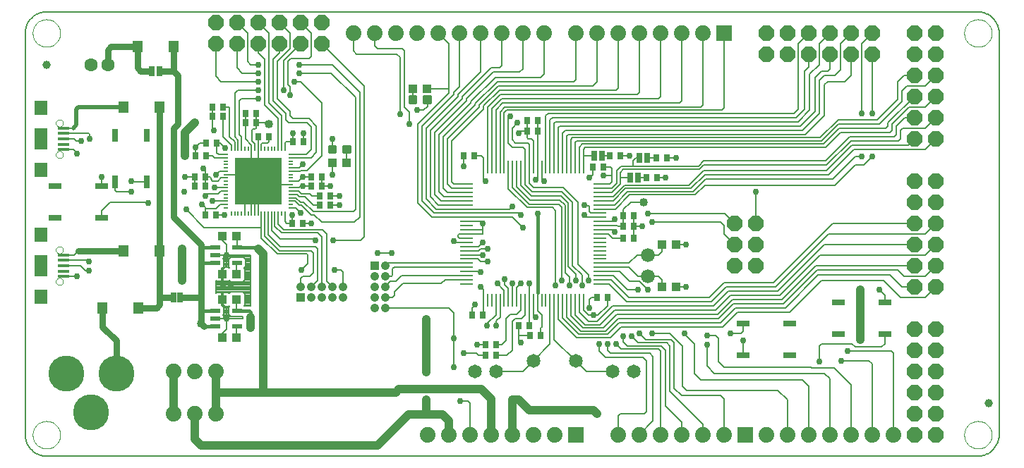
<source format=gtl>
G75*
%MOIN*%
%OFA0B0*%
%FSLAX24Y24*%
%IPPOS*%
%LPD*%
%AMOC8*
5,1,8,0,0,1.08239X$1,22.5*
%
%ADD10C,0.0080*%
%ADD11R,0.0591X0.0106*%
%ADD12R,0.0106X0.0591*%
%ADD13R,0.0500X0.0579*%
%ADD14C,0.0630*%
%ADD15C,0.1700*%
%ADD16R,0.0250X0.0500*%
%ADD17R,0.0276X0.0354*%
%ADD18C,0.0740*%
%ADD19R,0.0740X0.0740*%
%ADD20OC8,0.0740*%
%ADD21R,0.0079X0.0236*%
%ADD22R,0.0236X0.0079*%
%ADD23R,0.2244X0.2244*%
%ADD24R,0.0410X0.0410*%
%ADD25C,0.0410*%
%ADD26C,0.0118*%
%ADD27R,0.0600X0.0300*%
%ADD28R,0.0433X0.0394*%
%ADD29R,0.0551X0.0157*%
%ADD30C,0.0000*%
%ADD31R,0.0591X0.0709*%
%ADD32R,0.0591X0.0984*%
%ADD33R,0.0472X0.0217*%
%ADD34C,0.0650*%
%ADD35C,0.0660*%
%ADD36R,0.0300X0.0600*%
%ADD37C,0.0394*%
%ADD38C,0.0400*%
%ADD39C,0.0300*%
%ADD40C,0.0400*%
%ADD41C,0.0300*%
%ADD42C,0.0200*%
%ADD43C,0.0100*%
%ADD44C,0.0160*%
D10*
X007260Y011500D02*
X051260Y011500D01*
X051320Y011502D01*
X051381Y011507D01*
X051440Y011516D01*
X051499Y011529D01*
X051558Y011545D01*
X051615Y011565D01*
X051670Y011588D01*
X051725Y011615D01*
X051777Y011644D01*
X051828Y011677D01*
X051877Y011713D01*
X051923Y011751D01*
X051967Y011793D01*
X052009Y011837D01*
X052047Y011883D01*
X052083Y011932D01*
X052116Y011983D01*
X052145Y012035D01*
X052172Y012090D01*
X052195Y012145D01*
X052215Y012202D01*
X052231Y012261D01*
X052244Y012320D01*
X052253Y012379D01*
X052258Y012440D01*
X052260Y012500D01*
X052260Y031500D01*
X052258Y031560D01*
X052253Y031621D01*
X052244Y031680D01*
X052231Y031739D01*
X052215Y031798D01*
X052195Y031855D01*
X052172Y031910D01*
X052145Y031965D01*
X052116Y032017D01*
X052083Y032068D01*
X052047Y032117D01*
X052009Y032163D01*
X051967Y032207D01*
X051923Y032249D01*
X051877Y032287D01*
X051828Y032323D01*
X051777Y032356D01*
X051725Y032385D01*
X051670Y032412D01*
X051615Y032435D01*
X051558Y032455D01*
X051499Y032471D01*
X051440Y032484D01*
X051381Y032493D01*
X051320Y032498D01*
X051260Y032500D01*
X007260Y032500D01*
X007200Y032498D01*
X007139Y032493D01*
X007080Y032484D01*
X007021Y032471D01*
X006962Y032455D01*
X006905Y032435D01*
X006850Y032412D01*
X006795Y032385D01*
X006743Y032356D01*
X006692Y032323D01*
X006643Y032287D01*
X006597Y032249D01*
X006553Y032207D01*
X006511Y032163D01*
X006473Y032117D01*
X006437Y032068D01*
X006404Y032017D01*
X006375Y031965D01*
X006348Y031910D01*
X006325Y031855D01*
X006305Y031798D01*
X006289Y031739D01*
X006276Y031680D01*
X006267Y031621D01*
X006262Y031560D01*
X006260Y031500D01*
X006260Y012500D01*
X006262Y012440D01*
X006267Y012379D01*
X006276Y012320D01*
X006289Y012261D01*
X006305Y012202D01*
X006325Y012145D01*
X006348Y012090D01*
X006375Y012035D01*
X006404Y011983D01*
X006437Y011932D01*
X006473Y011883D01*
X006511Y011837D01*
X006553Y011793D01*
X006597Y011751D01*
X006643Y011713D01*
X006692Y011677D01*
X006743Y011644D01*
X006795Y011615D01*
X006850Y011588D01*
X006905Y011565D01*
X006962Y011545D01*
X007021Y011529D01*
X007080Y011516D01*
X007139Y011507D01*
X007200Y011502D01*
X007260Y011500D01*
X015575Y017100D02*
X015575Y017315D01*
X015760Y017500D01*
X015760Y018000D01*
X015760Y018500D01*
X015575Y018685D01*
X015575Y018900D01*
X015615Y018940D02*
X015535Y018940D01*
X015535Y019237D01*
X015340Y019237D01*
X015304Y019227D01*
X015272Y019209D01*
X015260Y019196D01*
X015260Y019804D01*
X015272Y019791D01*
X015304Y019773D01*
X015340Y019763D01*
X015535Y019763D01*
X015535Y020060D01*
X015615Y020060D01*
X015615Y019763D01*
X015810Y019763D01*
X015845Y019773D01*
X015877Y019791D01*
X015895Y019809D01*
X015961Y019743D01*
X016527Y019743D01*
X016621Y019837D01*
X016621Y020363D01*
X016600Y020384D01*
X016668Y020451D01*
X016668Y020801D01*
X016574Y020894D01*
X015969Y020894D01*
X015875Y020801D01*
X015875Y020451D01*
X015916Y020411D01*
X015895Y020391D01*
X015877Y020409D01*
X015845Y020427D01*
X015810Y020437D01*
X015629Y020437D01*
X015644Y020451D01*
X015644Y020801D01*
X015612Y020833D01*
X015614Y020838D01*
X015624Y020873D01*
X015624Y020986D01*
X015262Y020986D01*
X015262Y021000D01*
X016910Y021000D01*
X016910Y018603D01*
X016883Y018614D01*
X016602Y018614D01*
X016600Y018616D01*
X016621Y018637D01*
X016621Y019163D01*
X016527Y019257D01*
X015961Y019257D01*
X015895Y019191D01*
X015877Y019209D01*
X015845Y019227D01*
X015810Y019237D01*
X015615Y019237D01*
X015615Y018940D01*
X015615Y018958D02*
X015535Y018958D01*
X015535Y019036D02*
X015615Y019036D01*
X015615Y019115D02*
X015535Y019115D01*
X015535Y019193D02*
X015615Y019193D01*
X015893Y019193D02*
X015898Y019193D01*
X015615Y018860D02*
X015615Y018578D01*
X015550Y018642D01*
X015535Y018642D01*
X015535Y018860D01*
X015615Y018860D01*
X015615Y018801D02*
X015535Y018801D01*
X015535Y018722D02*
X015615Y018722D01*
X015615Y018644D02*
X015535Y018644D01*
X015629Y018563D02*
X015810Y018563D01*
X015845Y018573D01*
X015877Y018591D01*
X015895Y018609D01*
X015916Y018589D01*
X015875Y018549D01*
X015875Y018199D01*
X015969Y018106D01*
X016550Y018106D01*
X016550Y018000D01*
X015262Y018000D01*
X015262Y018014D01*
X015624Y018014D01*
X015624Y018127D01*
X015614Y018162D01*
X015612Y018167D01*
X015644Y018199D01*
X015644Y018549D01*
X015629Y018563D01*
X015644Y018487D02*
X015875Y018487D01*
X015875Y018408D02*
X015644Y018408D01*
X015644Y018330D02*
X015875Y018330D01*
X015875Y018251D02*
X015644Y018251D01*
X015617Y018173D02*
X015902Y018173D01*
X015760Y018000D02*
X015248Y018000D01*
X015624Y018016D02*
X016550Y018016D01*
X016550Y018094D02*
X015624Y018094D01*
X015817Y018565D02*
X015892Y018565D01*
X016244Y018401D02*
X016271Y018374D01*
X016244Y018401D02*
X016244Y018900D01*
X016621Y018879D02*
X016910Y018879D01*
X016910Y018801D02*
X016621Y018801D01*
X016621Y018722D02*
X016910Y018722D01*
X016910Y018644D02*
X016621Y018644D01*
X016621Y018958D02*
X016910Y018958D01*
X016910Y019036D02*
X016621Y019036D01*
X016621Y019115D02*
X016910Y019115D01*
X016910Y019193D02*
X016591Y019193D01*
X016910Y019272D02*
X015260Y019272D01*
X015260Y019350D02*
X016910Y019350D01*
X016910Y019429D02*
X015260Y019429D01*
X015260Y019507D02*
X016910Y019507D01*
X016910Y019586D02*
X015260Y019586D01*
X015260Y019664D02*
X016910Y019664D01*
X016910Y019743D02*
X015260Y019743D01*
X015535Y019821D02*
X015615Y019821D01*
X015615Y019900D02*
X015535Y019900D01*
X015535Y019978D02*
X015615Y019978D01*
X015615Y020057D02*
X015535Y020057D01*
X015575Y020100D02*
X015575Y020315D01*
X015760Y020500D01*
X015760Y021000D01*
X015760Y021500D01*
X015575Y021685D01*
X015575Y021900D01*
X016244Y021900D02*
X016271Y021873D01*
X016271Y021374D01*
X015760Y021000D02*
X015248Y021000D01*
X015262Y020999D02*
X016910Y020999D01*
X016910Y020920D02*
X015624Y020920D01*
X015615Y020842D02*
X015916Y020842D01*
X015875Y020763D02*
X015644Y020763D01*
X015644Y020685D02*
X015875Y020685D01*
X015875Y020606D02*
X015644Y020606D01*
X015644Y020528D02*
X015875Y020528D01*
X015878Y020449D02*
X015641Y020449D01*
X015615Y020422D02*
X015615Y020140D01*
X015535Y020140D01*
X015535Y020358D01*
X015550Y020358D01*
X015615Y020422D01*
X015615Y020371D02*
X015563Y020371D01*
X015535Y020292D02*
X015615Y020292D01*
X015615Y020214D02*
X015535Y020214D01*
X016244Y020100D02*
X016244Y020599D01*
X016271Y020626D01*
X016668Y020606D02*
X016910Y020606D01*
X016910Y020528D02*
X016668Y020528D01*
X016665Y020449D02*
X016910Y020449D01*
X016910Y020371D02*
X016613Y020371D01*
X016621Y020292D02*
X016910Y020292D01*
X016910Y020214D02*
X016621Y020214D01*
X016621Y020135D02*
X016910Y020135D01*
X016910Y020057D02*
X016621Y020057D01*
X016621Y019978D02*
X016910Y019978D01*
X016910Y019900D02*
X016621Y019900D01*
X016605Y019821D02*
X016910Y019821D01*
X016910Y020685D02*
X016668Y020685D01*
X016668Y020763D02*
X016910Y020763D01*
X016910Y020842D02*
X016627Y020842D01*
X017417Y021793D02*
X018160Y021050D01*
X019560Y021050D01*
X019610Y021000D01*
X019610Y020600D01*
X019310Y020300D01*
X019360Y020000D02*
X019260Y019900D01*
X019260Y019500D01*
X019760Y019500D02*
X020060Y019800D01*
X020060Y021300D01*
X019960Y021400D01*
X018310Y021400D01*
X017732Y021978D01*
X017732Y022965D01*
X017889Y022965D02*
X017889Y022170D01*
X018310Y021750D01*
X019910Y021750D01*
X019960Y021700D01*
X020260Y021850D02*
X020060Y022050D01*
X018360Y022050D01*
X018047Y022363D01*
X018047Y022965D01*
X018204Y022965D02*
X018204Y022455D01*
X018460Y022200D01*
X020310Y022200D01*
X020510Y022000D01*
X020510Y019750D01*
X020760Y019500D01*
X021260Y019500D02*
X021260Y020200D01*
X021160Y020300D01*
X020860Y020300D01*
X019860Y020150D02*
X019710Y020000D01*
X019360Y020000D01*
X019860Y020150D02*
X019860Y021100D01*
X019760Y021200D01*
X018260Y021200D01*
X017574Y021885D01*
X017574Y022965D01*
X017417Y022965D02*
X017417Y022300D01*
X014710Y022300D01*
X013860Y023150D01*
X014610Y023400D02*
X014760Y023250D01*
X014760Y023200D01*
X015260Y023200D01*
X015457Y023398D01*
X015724Y023398D01*
X015724Y023555D02*
X015115Y023555D01*
X015110Y023550D01*
X015360Y023900D02*
X014860Y023900D01*
X014760Y023800D01*
X014765Y024250D02*
X014765Y024700D01*
X014765Y024994D01*
X014660Y025100D01*
X014765Y024700D02*
X014980Y024700D01*
X015023Y024657D01*
X015023Y024587D01*
X015110Y024500D01*
X015360Y024500D01*
X015517Y024657D01*
X015724Y024657D01*
X015724Y024815D02*
X016945Y024815D01*
X017260Y024500D01*
X017260Y026035D01*
X017254Y026041D01*
X017254Y026600D01*
X016960Y026400D02*
X017102Y026257D01*
X017102Y026035D01*
X016945Y026035D02*
X016945Y026215D01*
X016654Y026506D01*
X016654Y027250D01*
X016654Y027700D01*
X017165Y027700D02*
X017165Y027250D01*
X017165Y027006D01*
X017110Y026950D01*
X017010Y026950D01*
X016960Y026900D01*
X016960Y026400D01*
X016945Y026035D02*
X016945Y024815D01*
X016960Y024800D02*
X017260Y024500D01*
X017102Y024343D01*
X017102Y022965D01*
X016945Y022965D02*
X016945Y024185D01*
X017260Y024500D01*
X016760Y024500D01*
X016630Y024370D01*
X016630Y022965D01*
X017260Y022965D02*
X017260Y024500D01*
X017417Y024343D01*
X018795Y024343D01*
X018795Y024500D02*
X019160Y024500D01*
X019360Y024700D01*
X019754Y024700D01*
X019560Y025000D02*
X020260Y025700D01*
X020260Y028200D01*
X019260Y029200D01*
X018960Y029200D01*
X018760Y028950D02*
X018660Y029050D01*
X018660Y030150D01*
X018810Y030300D01*
X019660Y030300D01*
X019760Y030400D01*
X019760Y031500D01*
X019260Y032000D01*
X018760Y031500D02*
X018260Y032000D01*
X018760Y031500D02*
X018760Y030750D01*
X018160Y030150D01*
X018160Y028400D01*
X018760Y027800D01*
X018760Y027600D01*
X018910Y027450D01*
X019660Y027450D01*
X020010Y027100D01*
X020010Y025850D01*
X019762Y025602D01*
X018795Y025602D01*
X018795Y025760D02*
X019519Y025760D01*
X019760Y026000D01*
X019760Y027050D01*
X019560Y027250D01*
X018710Y027250D01*
X018560Y027400D01*
X018560Y027700D01*
X017960Y028300D01*
X017960Y030250D01*
X018260Y030550D01*
X018260Y031000D01*
X017760Y031500D02*
X017260Y032000D01*
X017760Y031500D02*
X017760Y028200D01*
X018362Y027598D01*
X018362Y026035D01*
X018519Y026035D02*
X018519Y026310D01*
X018560Y026350D01*
X018904Y026350D01*
X018904Y026744D01*
X018910Y026750D01*
X019410Y026750D02*
X019415Y026744D01*
X019415Y026350D01*
X018204Y026035D02*
X018204Y027455D01*
X017560Y028100D01*
X017560Y030250D01*
X017260Y030550D01*
X017260Y031000D01*
X016760Y031500D02*
X016760Y030150D01*
X016910Y030000D01*
X017260Y030000D01*
X017260Y029600D02*
X016510Y029600D01*
X016260Y029850D01*
X016260Y031000D01*
X015260Y031000D02*
X015260Y029450D01*
X015510Y029200D01*
X017260Y029200D01*
X017260Y028800D02*
X016310Y028800D01*
X016160Y028650D01*
X016160Y026600D01*
X016315Y026445D01*
X016315Y026035D01*
X016472Y026035D02*
X016472Y026587D01*
X016360Y026700D01*
X016360Y028300D01*
X016460Y028400D01*
X017260Y028400D01*
X018460Y028800D02*
X018460Y030200D01*
X019260Y031000D01*
X020260Y031000D02*
X022260Y029000D01*
X022260Y021850D01*
X022110Y021700D01*
X020810Y021700D01*
X020260Y021850D02*
X020260Y019500D01*
X023260Y019500D02*
X023510Y019750D01*
X023760Y019750D01*
X024041Y020031D01*
X027110Y020031D01*
X027110Y019835D02*
X026094Y019835D01*
X025910Y019650D01*
X024110Y019650D01*
X023710Y019250D01*
X023710Y019100D01*
X023610Y019000D01*
X023260Y019000D01*
X023260Y018500D02*
X026260Y018500D01*
X026510Y018250D01*
X026510Y017050D01*
X026510Y015700D01*
X026960Y016350D02*
X027560Y016350D01*
X027660Y016250D01*
X028004Y016250D01*
X028004Y016750D02*
X027610Y016750D01*
X028515Y016750D02*
X028760Y016750D01*
X028960Y016950D01*
X028960Y018000D01*
X029160Y018200D01*
X029460Y018200D01*
X029669Y018409D01*
X029669Y018850D01*
X029866Y018850D02*
X029866Y018156D01*
X029710Y018000D01*
X029410Y018000D01*
X029260Y017850D01*
X029260Y016500D01*
X029010Y016250D01*
X028515Y016250D01*
X028510Y015500D02*
X029760Y015500D01*
X030260Y016000D01*
X031047Y016787D01*
X031047Y018850D01*
X031244Y018850D02*
X031244Y017016D01*
X032260Y016000D01*
X032760Y015500D01*
X034010Y015500D01*
X033660Y016150D02*
X035462Y016150D01*
X035462Y016148D01*
X035610Y016000D01*
X035610Y013600D01*
X035510Y013500D01*
X034360Y013500D01*
X034260Y013400D01*
X034260Y012500D01*
X035260Y012500D02*
X035910Y013150D01*
X035910Y016200D01*
X035760Y016350D01*
X033910Y016350D01*
X033760Y016500D01*
X033760Y016800D01*
X033910Y017100D02*
X034410Y017600D01*
X039210Y017600D01*
X039910Y018300D01*
X042360Y018300D01*
X043860Y019800D01*
X046810Y019800D01*
X047610Y019000D01*
X048760Y019000D01*
X049260Y019500D01*
X048760Y020000D02*
X047760Y020000D01*
X047460Y020300D01*
X043660Y020300D01*
X042060Y018700D01*
X039710Y018700D01*
X039010Y018000D01*
X034260Y018000D01*
X033660Y017400D01*
X032510Y017400D01*
X031834Y018075D01*
X031834Y018850D01*
X031637Y018850D02*
X031637Y018022D01*
X032410Y017250D01*
X033760Y017250D01*
X034310Y017800D01*
X039110Y017800D01*
X039810Y018500D01*
X042160Y018500D01*
X043710Y020050D01*
X047110Y020050D01*
X047660Y019500D01*
X048260Y019500D01*
X048760Y020000D02*
X049260Y020500D01*
X048760Y021000D02*
X043810Y021000D01*
X041910Y019100D01*
X039560Y019100D01*
X038860Y018400D01*
X034110Y018400D01*
X033410Y017700D01*
X032710Y017700D01*
X032228Y018181D01*
X032228Y018850D01*
X032031Y018850D02*
X032031Y018128D01*
X032610Y017550D01*
X033560Y017550D01*
X034210Y018200D01*
X038960Y018200D01*
X039660Y018900D01*
X042010Y018900D01*
X043610Y020500D01*
X048260Y020500D01*
X048760Y021000D02*
X049260Y021500D01*
X048760Y022000D02*
X044210Y022000D01*
X041710Y019500D01*
X039360Y019500D01*
X038660Y018800D01*
X034660Y018800D01*
X033822Y019638D01*
X033409Y019638D01*
X033409Y019835D02*
X033925Y019835D01*
X034760Y019000D01*
X038560Y019000D01*
X039260Y019700D01*
X041610Y019700D01*
X044410Y022500D01*
X048260Y022500D01*
X048760Y022000D02*
X049260Y022500D01*
X048260Y021500D02*
X044010Y021500D01*
X041810Y019300D01*
X039460Y019300D01*
X038760Y018600D01*
X034010Y018600D01*
X033260Y017850D01*
X032860Y017850D01*
X032425Y018285D01*
X032425Y018850D01*
X032622Y018850D02*
X032622Y018388D01*
X032860Y018150D01*
X033110Y018150D01*
X033310Y018150D01*
X033760Y018600D01*
X033760Y018994D01*
X033765Y019000D01*
X033254Y019000D02*
X033010Y019000D01*
X032910Y018900D01*
X032910Y018500D01*
X031441Y018850D02*
X031441Y017969D01*
X032310Y017100D01*
X033910Y017100D01*
X034160Y016800D02*
X034410Y016550D01*
X036160Y016550D01*
X036260Y016450D01*
X036260Y012500D01*
X037260Y012500D02*
X037260Y013100D01*
X036510Y013850D01*
X036510Y016500D01*
X036310Y016700D01*
X034710Y016700D01*
X034510Y016900D01*
X034510Y017150D01*
X034910Y017150D02*
X035210Y016850D01*
X036560Y016850D01*
X036710Y016700D01*
X036710Y014550D01*
X038260Y013000D01*
X038260Y012500D01*
X039260Y012500D02*
X039260Y014200D01*
X039110Y014350D01*
X037260Y014350D01*
X036910Y014700D01*
X036910Y016850D01*
X036760Y017000D01*
X035560Y017000D01*
X035260Y017300D01*
X035860Y017300D02*
X036710Y017300D01*
X037310Y016700D01*
X037310Y014800D01*
X037510Y014600D01*
X041810Y014600D01*
X042260Y014150D01*
X042260Y012500D01*
X043260Y012500D02*
X043260Y014800D01*
X042960Y015100D01*
X038160Y015100D01*
X037860Y015400D01*
X037860Y016800D01*
X037410Y017250D01*
X037410Y017300D01*
X038460Y017200D02*
X038860Y017200D01*
X039010Y017050D01*
X039010Y015950D01*
X039260Y015700D01*
X043360Y015700D01*
X043410Y015650D01*
X044460Y015650D01*
X045260Y014850D01*
X045260Y012500D01*
X044260Y012500D02*
X044260Y015150D01*
X044010Y015400D01*
X038810Y015400D01*
X038460Y015750D01*
X038460Y016750D01*
X039560Y017300D02*
X040060Y017300D01*
X040160Y017400D01*
X040160Y017750D01*
X040160Y016950D02*
X040160Y016250D01*
X043760Y015950D02*
X043760Y016700D01*
X043860Y016800D01*
X045310Y016800D01*
X045460Y016650D01*
X046710Y016650D01*
X046860Y016800D01*
X046860Y017250D01*
X047160Y016450D02*
X047260Y016350D01*
X047260Y012500D01*
X046260Y012500D02*
X046260Y015850D01*
X046110Y016000D01*
X044810Y016000D01*
X045110Y016450D02*
X047160Y016450D01*
X046860Y018750D02*
X046860Y019100D01*
X046610Y019350D01*
X040760Y022500D02*
X040760Y024000D01*
X039310Y022950D02*
X039760Y022500D01*
X039260Y022400D02*
X039260Y022000D01*
X039760Y021500D01*
X039260Y022400D02*
X039110Y022550D01*
X035860Y022550D01*
X035660Y022950D02*
X039310Y022950D01*
X038360Y024300D02*
X037910Y023850D01*
X034810Y023850D01*
X034141Y023181D01*
X033409Y023181D01*
X033409Y022984D02*
X032975Y022984D01*
X032910Y023050D01*
X032910Y023298D01*
X032873Y023334D01*
X032675Y023334D01*
X032660Y023350D01*
X032360Y023500D02*
X031660Y024200D01*
X030260Y024200D01*
X030063Y024397D01*
X030063Y025150D01*
X030063Y026247D01*
X030010Y026300D01*
X029410Y026300D01*
X029260Y026450D01*
X029260Y027000D01*
X029510Y027250D01*
X029660Y026850D02*
X029560Y026750D01*
X029660Y026850D02*
X029954Y026850D01*
X029954Y027350D01*
X029954Y026850D02*
X029954Y026556D01*
X030010Y026500D01*
X030160Y026500D01*
X030260Y026400D01*
X030260Y025150D01*
X030456Y025150D02*
X030456Y024647D01*
X030360Y024550D01*
X030653Y024606D02*
X030760Y024500D01*
X030653Y024606D02*
X030653Y025150D01*
X030456Y025150D02*
X030456Y026547D01*
X030465Y026556D01*
X030465Y026850D01*
X030465Y027350D01*
X030850Y027591D02*
X030960Y027700D01*
X042560Y027700D01*
X042760Y027900D01*
X042760Y031000D01*
X043260Y031500D01*
X043760Y031000D02*
X044260Y031500D01*
X044760Y031000D02*
X045260Y031500D01*
X045760Y031000D02*
X046260Y031500D01*
X045760Y031000D02*
X045760Y027700D01*
X046260Y027700D02*
X046260Y030500D01*
X045260Y030500D02*
X045260Y029500D01*
X044960Y029200D01*
X044160Y029200D01*
X044010Y029050D01*
X044010Y027600D01*
X043110Y026700D01*
X031910Y026700D01*
X031834Y026625D01*
X031834Y025150D01*
X031637Y025150D02*
X031637Y026778D01*
X031760Y026900D01*
X042960Y026900D01*
X043760Y027700D01*
X043760Y029250D01*
X044010Y029500D01*
X044510Y029500D01*
X044760Y029750D01*
X044760Y031000D01*
X044260Y030500D02*
X044260Y029800D01*
X044160Y029700D01*
X043860Y029700D01*
X043560Y029400D01*
X043560Y027800D01*
X042860Y027100D01*
X031510Y027100D01*
X031441Y027031D01*
X031441Y025150D01*
X031244Y025150D02*
X031244Y027234D01*
X031310Y027300D01*
X042760Y027300D01*
X043310Y027850D01*
X043310Y029550D01*
X043760Y030000D01*
X043760Y031000D01*
X043260Y030500D02*
X043260Y029900D01*
X043060Y029700D01*
X043060Y027900D01*
X042660Y027500D01*
X031160Y027500D01*
X031047Y027387D01*
X031047Y025150D01*
X030850Y025150D02*
X030850Y027591D01*
X032031Y026472D02*
X032110Y026550D01*
X043810Y026550D01*
X044660Y027400D01*
X046510Y027400D01*
X047460Y028350D01*
X047460Y029200D01*
X047760Y029500D01*
X048260Y029500D01*
X047910Y029000D02*
X048760Y029000D01*
X049260Y029500D01*
X047910Y029000D02*
X047660Y028750D01*
X047660Y028250D01*
X046610Y027200D01*
X044660Y027200D01*
X043860Y026400D01*
X032310Y026400D01*
X032228Y026319D01*
X032228Y025150D01*
X032031Y025150D02*
X032031Y026472D01*
X032425Y026115D02*
X032560Y026250D01*
X043960Y026250D01*
X044710Y027000D01*
X046910Y027000D01*
X047010Y027100D01*
X047010Y027250D01*
X048260Y028500D01*
X048010Y028000D02*
X048760Y028000D01*
X049260Y028500D01*
X048010Y028000D02*
X047210Y027200D01*
X047210Y026900D01*
X047110Y026800D01*
X044760Y026800D01*
X044060Y026100D01*
X032710Y026100D01*
X032622Y026012D01*
X032622Y025700D01*
X033132Y025700D01*
X033487Y025700D02*
X033854Y025700D01*
X034365Y025700D02*
X034810Y025700D01*
X034960Y025450D02*
X034960Y025200D01*
X038060Y025200D01*
X038310Y025450D01*
X044060Y025450D01*
X045210Y026600D01*
X047310Y026600D01*
X047410Y026700D01*
X047410Y027100D01*
X047810Y027500D01*
X048260Y027500D01*
X048760Y027000D02*
X047710Y027000D01*
X047610Y026900D01*
X047610Y026500D01*
X047510Y026400D01*
X045260Y026400D01*
X044110Y025250D01*
X038310Y025250D01*
X038110Y025050D01*
X034510Y025050D01*
X034360Y024900D01*
X034360Y024650D01*
X034832Y024650D01*
X035187Y024650D02*
X035604Y024650D01*
X036115Y024650D02*
X036510Y024650D01*
X037610Y024300D02*
X038310Y025000D01*
X044110Y025000D01*
X045310Y026200D01*
X047960Y026200D01*
X048260Y026500D01*
X048760Y027000D02*
X049260Y027500D01*
X049260Y026500D02*
X048760Y026000D01*
X045410Y026000D01*
X044210Y024800D01*
X038360Y024800D01*
X037710Y024150D01*
X034610Y024150D01*
X034034Y023575D01*
X033409Y023575D01*
X033409Y023772D02*
X034031Y023772D01*
X034560Y024300D01*
X037610Y024300D01*
X037810Y024000D02*
X038410Y024600D01*
X044410Y024600D01*
X045460Y025650D01*
X045760Y025650D01*
X045860Y025250D02*
X046260Y025650D01*
X045860Y025250D02*
X045460Y025250D01*
X044510Y024300D01*
X038360Y024300D01*
X037810Y024000D02*
X034710Y024000D01*
X034087Y023378D01*
X033409Y023378D01*
X032797Y022787D02*
X032684Y022900D01*
X032660Y022900D01*
X032797Y022787D02*
X033409Y022787D01*
X033409Y022591D02*
X034000Y022591D01*
X034110Y022700D01*
X034216Y022394D02*
X033409Y022394D01*
X033409Y022197D02*
X034013Y022197D01*
X034110Y022100D01*
X034260Y022350D02*
X034504Y022350D01*
X034504Y022850D01*
X034510Y022856D01*
X034510Y023150D01*
X034860Y023500D01*
X035460Y023500D01*
X035015Y022850D02*
X035015Y022350D01*
X035410Y022350D01*
X035015Y022350D02*
X035015Y021800D01*
X034504Y021800D02*
X034010Y021800D01*
X033810Y022000D01*
X033409Y022000D01*
X034216Y022394D02*
X034260Y022350D01*
X032360Y023500D02*
X032360Y020550D01*
X032860Y020050D01*
X032860Y019800D01*
X032560Y020050D02*
X032560Y019550D01*
X032260Y019800D02*
X032260Y020100D01*
X031910Y020450D01*
X031910Y023450D01*
X031560Y023800D01*
X030160Y023800D01*
X029669Y024291D01*
X029669Y025150D01*
X029866Y025150D02*
X029866Y025994D01*
X029760Y026100D01*
X029260Y026100D01*
X029060Y026300D01*
X029060Y027450D01*
X029160Y027550D01*
X028882Y027722D02*
X029010Y027850D01*
X039160Y027850D01*
X039260Y027950D01*
X039260Y031500D01*
X038260Y031500D02*
X038260Y028100D01*
X038160Y028000D01*
X028910Y028000D01*
X028685Y027775D01*
X028685Y025150D01*
X028882Y025150D02*
X028882Y027722D01*
X028488Y027878D02*
X028810Y028200D01*
X037160Y028200D01*
X037260Y028300D01*
X037260Y031500D01*
X036260Y031500D02*
X036260Y028500D01*
X036160Y028400D01*
X028760Y028400D01*
X028291Y027931D01*
X028291Y025150D01*
X028094Y025150D02*
X028094Y027985D01*
X028710Y028600D01*
X035160Y028600D01*
X035260Y028700D01*
X035260Y031500D01*
X034260Y031500D02*
X034260Y028900D01*
X034160Y028800D01*
X028660Y028800D01*
X027910Y028050D01*
X027910Y027900D01*
X026410Y026400D01*
X026410Y024450D01*
X026497Y024362D01*
X027110Y024362D01*
X027110Y024165D02*
X026394Y024165D01*
X026210Y024350D01*
X026210Y026500D01*
X027710Y028000D01*
X027710Y028100D01*
X028610Y029000D01*
X033060Y029000D01*
X033260Y029200D01*
X033260Y031500D01*
X032260Y031500D02*
X032260Y029300D01*
X032160Y029200D01*
X028560Y029200D01*
X027510Y028150D01*
X027510Y028100D01*
X026010Y026600D01*
X026010Y024150D01*
X026191Y023969D01*
X027110Y023969D01*
X027110Y023772D02*
X026038Y023772D01*
X025810Y024000D01*
X025810Y026700D01*
X027310Y028200D01*
X027310Y028250D01*
X028460Y029400D01*
X030610Y029400D01*
X030760Y029550D01*
X030760Y031500D01*
X029760Y031500D02*
X029760Y029800D01*
X029610Y029650D01*
X028360Y029650D01*
X027110Y028400D01*
X027110Y028300D01*
X025610Y026800D01*
X025610Y023850D01*
X025885Y023575D01*
X027110Y023575D01*
X027110Y023378D02*
X025782Y023378D01*
X025410Y023750D01*
X025410Y026900D01*
X026910Y028400D01*
X026910Y028500D01*
X028260Y029850D01*
X028660Y029850D01*
X028760Y029950D01*
X028760Y031500D01*
X027760Y031500D02*
X027760Y029650D01*
X026710Y028600D01*
X026710Y028500D01*
X025210Y027000D01*
X025210Y023650D01*
X025678Y023181D01*
X027110Y023181D01*
X029141Y023181D01*
X029260Y023300D01*
X029575Y022984D02*
X029660Y022900D01*
X029575Y022984D02*
X027110Y022984D01*
X025575Y022984D01*
X025010Y023550D01*
X025010Y027100D01*
X026510Y028600D01*
X026510Y028700D01*
X026760Y028950D01*
X026760Y031500D01*
X026260Y031000D02*
X025760Y031500D01*
X026260Y031000D02*
X026260Y028850D01*
X025244Y028850D01*
X025255Y028350D02*
X025255Y028045D01*
X025060Y027850D01*
X024760Y027850D01*
X024410Y027750D02*
X024410Y027200D01*
X024810Y027200D02*
X026260Y028650D01*
X026260Y028850D01*
X024575Y028850D02*
X024575Y028361D01*
X024564Y028350D01*
X024160Y028000D02*
X024160Y030650D01*
X024060Y030750D01*
X022910Y030750D01*
X022760Y030900D01*
X022760Y031500D01*
X021760Y031500D02*
X021760Y030650D01*
X021910Y030500D01*
X023810Y030500D01*
X023960Y030350D01*
X023960Y027650D01*
X024160Y028000D02*
X024410Y027750D01*
X024810Y027200D02*
X024810Y023450D01*
X025472Y022787D01*
X027110Y022787D01*
X029272Y022787D01*
X029760Y022300D01*
X031160Y023250D02*
X031310Y023100D01*
X031310Y019550D01*
X031610Y019800D02*
X031610Y023250D01*
X031460Y023400D01*
X030060Y023400D01*
X029275Y024184D01*
X029275Y025150D01*
X029078Y025150D02*
X029078Y024131D01*
X029960Y023250D01*
X031160Y023250D01*
X031510Y023600D02*
X031760Y023350D01*
X031760Y020150D01*
X031960Y019950D01*
X031960Y019550D01*
X032560Y020050D02*
X032110Y020500D01*
X032110Y023500D01*
X031610Y024000D01*
X030210Y024000D01*
X029866Y024344D01*
X029866Y025150D01*
X029472Y025150D02*
X029472Y024237D01*
X030110Y023600D01*
X031510Y023600D01*
X032910Y024650D02*
X033054Y024794D01*
X033054Y025150D01*
X032622Y025150D02*
X032622Y025700D01*
X032425Y026115D02*
X032425Y025150D01*
X033565Y025150D02*
X033910Y025150D01*
X033960Y025100D01*
X033960Y024750D01*
X033560Y024750D01*
X033960Y024750D02*
X033960Y024450D01*
X033872Y024362D01*
X033409Y024362D01*
X033409Y024165D02*
X033975Y024165D01*
X034210Y024400D01*
X034210Y025000D01*
X034410Y025200D01*
X034960Y025200D01*
X034960Y025450D02*
X035110Y025600D01*
X035282Y025600D01*
X035637Y025600D02*
X036054Y025600D01*
X036565Y025600D02*
X037010Y025600D01*
X034360Y024650D02*
X034360Y024350D01*
X033978Y023969D01*
X033409Y023969D01*
X036325Y021500D02*
X036325Y021165D01*
X036160Y021000D01*
X035660Y021000D01*
X035160Y021000D01*
X034782Y020622D01*
X033409Y020622D01*
X033409Y020425D02*
X034784Y020425D01*
X035210Y020000D01*
X035660Y020000D01*
X036160Y020000D01*
X036325Y019835D01*
X036325Y019500D01*
X036994Y019500D02*
X037460Y019500D01*
X035660Y019350D02*
X035260Y019750D01*
X034810Y019750D01*
X034331Y020228D01*
X033409Y020228D01*
X033409Y020031D02*
X034028Y020031D01*
X034710Y019350D01*
X035210Y019350D01*
X036994Y021500D02*
X037460Y021500D01*
X030456Y019247D02*
X030456Y018850D01*
X030456Y018353D01*
X030660Y018150D01*
X030660Y017600D01*
X030610Y017550D01*
X030610Y017206D01*
X030615Y017200D01*
X030104Y017200D02*
X029554Y017200D01*
X029554Y016956D01*
X029660Y016850D01*
X029554Y017200D02*
X029554Y017650D01*
X030063Y017653D02*
X030065Y017650D01*
X030063Y017653D02*
X030063Y018850D01*
X030063Y019647D01*
X030060Y019650D01*
X029660Y019650D02*
X029472Y019463D01*
X029472Y018850D01*
X029275Y018850D02*
X029275Y019634D01*
X029260Y019650D01*
X029078Y019431D02*
X028910Y019600D01*
X028910Y019850D01*
X028560Y019650D02*
X028882Y019328D01*
X028882Y018850D01*
X029078Y018850D02*
X029078Y019431D01*
X028685Y018850D02*
X028685Y018075D01*
X028510Y017900D01*
X028510Y017650D01*
X028060Y017650D02*
X028060Y017750D01*
X028488Y018178D01*
X028488Y018850D01*
X027897Y018850D02*
X027897Y019362D01*
X027760Y019500D01*
X027897Y018850D02*
X027897Y018182D01*
X027865Y018150D01*
X027354Y018150D02*
X027354Y018494D01*
X027510Y018650D01*
X027760Y020200D02*
X027731Y020228D01*
X027110Y020228D01*
X027110Y020425D02*
X023685Y020425D01*
X023610Y020350D01*
X023610Y020050D01*
X023560Y020000D01*
X023260Y020000D01*
X023260Y020500D02*
X023382Y020622D01*
X027110Y020622D01*
X027110Y020819D02*
X027641Y020819D01*
X027760Y020700D01*
X028110Y020700D01*
X027860Y021000D02*
X027844Y021016D01*
X027110Y021016D01*
X027110Y021213D02*
X027672Y021213D01*
X027760Y021300D01*
X028110Y021300D01*
X027860Y021600D02*
X027669Y021409D01*
X027110Y021409D01*
X027110Y021606D02*
X026553Y021606D01*
X026510Y021650D01*
X026710Y021850D02*
X026710Y021950D01*
X026760Y022000D01*
X027110Y022000D01*
X027860Y022000D01*
X027860Y022194D01*
X027856Y022197D01*
X027860Y022200D01*
X027860Y022500D01*
X027769Y022591D01*
X027110Y022591D01*
X027110Y022197D02*
X027856Y022197D01*
X027110Y021803D02*
X026756Y021803D01*
X026710Y021850D01*
X023560Y021100D02*
X022910Y021100D01*
X021810Y022550D02*
X022060Y022800D01*
X022060Y028700D01*
X020760Y030000D01*
X019210Y030000D01*
X019210Y029600D02*
X020710Y029600D01*
X021860Y028450D01*
X021860Y023150D01*
X021760Y023050D01*
X019860Y023050D01*
X019410Y023500D01*
X019260Y023500D01*
X019047Y023713D01*
X018795Y023713D01*
X018795Y023870D02*
X019089Y023870D01*
X019210Y023750D01*
X019460Y023750D01*
X019860Y023350D01*
X020154Y023350D01*
X020154Y023800D02*
X019810Y023800D01*
X019710Y023900D01*
X019310Y023900D01*
X019182Y024028D01*
X018795Y024028D01*
X018795Y024185D02*
X019195Y024185D01*
X019260Y024250D01*
X019360Y024250D01*
X019754Y024250D01*
X020265Y024250D02*
X020660Y024250D01*
X020265Y024250D02*
X020265Y024700D01*
X020760Y024800D02*
X020760Y025335D01*
X020775Y025350D01*
X021444Y025350D02*
X021444Y025989D01*
X021455Y026000D01*
X020764Y026000D02*
X020764Y026495D01*
X020760Y026500D01*
X019360Y025300D02*
X019189Y025130D01*
X018795Y025130D01*
X018795Y024972D02*
X019232Y024972D01*
X019260Y025000D01*
X019560Y025000D01*
X020665Y023800D02*
X021110Y023800D01*
X021110Y023350D02*
X020665Y023350D01*
X021010Y023350D02*
X021110Y023350D01*
X021810Y022550D02*
X020260Y022550D01*
X019910Y022900D01*
X019760Y022900D01*
X019310Y023350D01*
X019210Y023350D01*
X019010Y023550D01*
X018800Y023550D01*
X018795Y023555D01*
X018795Y023240D02*
X019019Y023240D01*
X019260Y023000D01*
X018860Y022900D02*
X018854Y022894D01*
X018854Y022500D01*
X018610Y022500D01*
X018519Y022590D01*
X018519Y022965D01*
X019365Y022500D02*
X019760Y022500D01*
X017417Y022300D02*
X017417Y021793D01*
X015660Y022900D02*
X015265Y022900D01*
X014760Y022906D02*
X014754Y022900D01*
X014760Y022906D02*
X014760Y023200D01*
X015360Y023900D02*
X015487Y024028D01*
X015724Y024028D01*
X015724Y024185D02*
X015224Y024185D01*
X015210Y024200D01*
X015260Y024800D02*
X015432Y024972D01*
X015724Y024972D01*
X016410Y024800D02*
X016960Y024800D01*
X015724Y025602D02*
X015207Y025602D01*
X015110Y025700D01*
X014815Y025700D01*
X014304Y025700D02*
X014304Y026094D01*
X014310Y026100D01*
X014510Y026300D01*
X014804Y026300D01*
X015315Y026300D02*
X015315Y025844D01*
X015400Y025760D01*
X015724Y025760D01*
X015710Y026050D02*
X015460Y026300D01*
X015315Y026300D01*
X015615Y026594D02*
X016000Y026210D01*
X016000Y026035D01*
X016157Y026035D02*
X016157Y026352D01*
X015910Y026600D01*
X015910Y027950D01*
X015860Y028000D01*
X015615Y028000D01*
X015615Y027550D02*
X015615Y026594D01*
X015160Y026900D02*
X015104Y026956D01*
X015104Y027550D01*
X015104Y028000D01*
X017165Y027250D02*
X017710Y027250D01*
X017760Y027200D01*
X017765Y026600D02*
X017760Y026594D01*
X017760Y026350D01*
X017710Y026300D01*
X017460Y026300D01*
X017417Y026257D01*
X017417Y026035D01*
X014260Y024706D02*
X013815Y024706D01*
X013810Y024700D01*
X014254Y024700D02*
X014260Y024706D01*
X014254Y024700D02*
X014254Y024250D01*
X012010Y024450D02*
X011310Y024450D01*
X011260Y024500D01*
X011260Y024000D02*
X010560Y024000D01*
X010510Y024050D01*
X010510Y024450D01*
X009860Y024250D02*
X009860Y024700D01*
X008710Y025800D02*
X008521Y025988D01*
X008073Y025988D01*
X008560Y026500D02*
X008660Y026400D01*
X008910Y026400D01*
X008560Y026500D02*
X008073Y026500D01*
X008073Y026756D02*
X009254Y026756D01*
X009310Y026700D01*
X009310Y026500D01*
X008521Y027012D02*
X008073Y027012D01*
X007010Y027950D02*
X007010Y027957D01*
X007010Y025043D02*
X007010Y025000D01*
X009860Y023100D02*
X010260Y023500D01*
X012010Y023500D01*
X012060Y023450D01*
X009860Y023100D02*
X009860Y022750D01*
X008760Y021200D02*
X008571Y021012D01*
X008073Y021012D01*
X008073Y020756D02*
X009204Y020756D01*
X009260Y020700D01*
X008860Y020500D02*
X009110Y020250D01*
X009260Y020250D01*
X008860Y020500D02*
X008073Y020500D01*
X008073Y019988D02*
X008698Y019988D01*
X008710Y020000D01*
X007010Y019050D02*
X007010Y019043D01*
X007010Y021950D02*
X007010Y021957D01*
X016244Y017599D02*
X016244Y017100D01*
X016244Y017599D02*
X016271Y017626D01*
X026810Y014100D02*
X027160Y014100D01*
X027260Y014000D01*
X027260Y012500D01*
X033360Y016450D02*
X033660Y016150D01*
X033360Y016450D02*
X033360Y016800D01*
X030360Y018050D02*
X030260Y018150D01*
X030260Y018850D01*
X028010Y024500D02*
X027897Y024612D01*
X027897Y025150D01*
X027897Y025612D01*
X027810Y025700D01*
X027465Y025700D01*
X026954Y025700D02*
X026954Y025206D01*
X026960Y025200D01*
X028488Y025150D02*
X028488Y027878D01*
X018760Y028550D02*
X018760Y028950D01*
X016760Y031500D02*
X016260Y032000D01*
D11*
X027110Y024362D03*
X027110Y024165D03*
X027110Y023969D03*
X027110Y023772D03*
X027110Y023575D03*
X027110Y023378D03*
X027110Y023181D03*
X027110Y022984D03*
X027110Y022787D03*
X027110Y022591D03*
X027110Y022394D03*
X027110Y022197D03*
X027110Y022000D03*
X027110Y021803D03*
X027110Y021606D03*
X027110Y021409D03*
X027110Y021213D03*
X027110Y021016D03*
X027110Y020819D03*
X027110Y020622D03*
X027110Y020425D03*
X027110Y020228D03*
X027110Y020031D03*
X027110Y019835D03*
X027110Y019638D03*
X033409Y019638D03*
X033409Y019835D03*
X033409Y020031D03*
X033409Y020228D03*
X033409Y020425D03*
X033409Y020622D03*
X033409Y020819D03*
X033409Y021016D03*
X033409Y021213D03*
X033409Y021409D03*
X033409Y021606D03*
X033409Y021803D03*
X033409Y022000D03*
X033409Y022197D03*
X033409Y022394D03*
X033409Y022591D03*
X033409Y022787D03*
X033409Y022984D03*
X033409Y023181D03*
X033409Y023378D03*
X033409Y023575D03*
X033409Y023772D03*
X033409Y023969D03*
X033409Y024165D03*
X033409Y024362D03*
D12*
X032622Y025150D03*
X032425Y025150D03*
X032228Y025150D03*
X032031Y025150D03*
X031834Y025150D03*
X031637Y025150D03*
X031441Y025150D03*
X031244Y025150D03*
X031047Y025150D03*
X030850Y025150D03*
X030653Y025150D03*
X030456Y025150D03*
X030260Y025150D03*
X030063Y025150D03*
X029866Y025150D03*
X029669Y025150D03*
X029472Y025150D03*
X029275Y025150D03*
X029078Y025150D03*
X028882Y025150D03*
X028685Y025150D03*
X028488Y025150D03*
X028291Y025150D03*
X028094Y025150D03*
X027897Y025150D03*
X027897Y018850D03*
X028094Y018850D03*
X028291Y018850D03*
X028488Y018850D03*
X028685Y018850D03*
X028882Y018850D03*
X029078Y018850D03*
X029275Y018850D03*
X029472Y018850D03*
X029669Y018850D03*
X029866Y018850D03*
X030063Y018850D03*
X030260Y018850D03*
X030456Y018850D03*
X030653Y018850D03*
X030850Y018850D03*
X031047Y018850D03*
X031244Y018850D03*
X031441Y018850D03*
X031637Y018850D03*
X031834Y018850D03*
X032031Y018850D03*
X032228Y018850D03*
X032425Y018850D03*
X032622Y018850D03*
D13*
X013256Y030850D03*
X011563Y030850D03*
X010913Y028000D03*
X012606Y028000D03*
X012606Y021200D03*
X010913Y021200D03*
X011606Y018500D03*
X009913Y018500D03*
D14*
X010153Y030000D03*
X009366Y030000D03*
D15*
X008191Y015400D03*
X010553Y015400D03*
X009372Y013550D03*
D16*
X013252Y019000D03*
X013572Y019000D03*
X012587Y029700D03*
X012232Y029700D03*
X033132Y025700D03*
X033487Y025700D03*
X034832Y024650D03*
X035187Y024650D03*
X035282Y025600D03*
X035637Y025600D03*
D17*
X036054Y025600D03*
X036565Y025600D03*
X036115Y024650D03*
X035604Y024650D03*
X034365Y025700D03*
X033854Y025700D03*
X033565Y025150D03*
X033054Y025150D03*
X030465Y026850D03*
X030465Y027350D03*
X029954Y027350D03*
X029954Y026850D03*
X027465Y025700D03*
X026954Y025700D03*
X020665Y023800D03*
X020665Y023350D03*
X020154Y023350D03*
X020154Y023800D03*
X020265Y024250D03*
X019754Y024250D03*
X019754Y024700D03*
X020265Y024700D03*
X019415Y026350D03*
X018904Y026350D03*
X017765Y026600D03*
X017254Y026600D03*
X017165Y027250D03*
X017165Y027700D03*
X016654Y027700D03*
X016654Y027250D03*
X015615Y027550D03*
X015615Y028000D03*
X015104Y028000D03*
X015104Y027550D03*
X015315Y026300D03*
X014804Y026300D03*
X014815Y025700D03*
X014304Y025700D03*
X014254Y024700D03*
X014765Y024700D03*
X014765Y024250D03*
X014254Y024250D03*
X014754Y022900D03*
X015265Y022900D03*
X018854Y022500D03*
X019365Y022500D03*
X027354Y018150D03*
X027865Y018150D03*
X029554Y017650D03*
X030065Y017650D03*
X030104Y017200D03*
X030615Y017200D03*
X028515Y016750D03*
X028515Y016250D03*
X028004Y016250D03*
X028004Y016750D03*
X033254Y019000D03*
X033765Y019000D03*
X034504Y021800D03*
X035015Y021800D03*
X035015Y022350D03*
X035015Y022850D03*
X034504Y022850D03*
X034504Y022350D03*
D18*
X034260Y031500D03*
X033260Y031500D03*
X032260Y031500D03*
X030760Y031500D03*
X029760Y031500D03*
X028760Y031500D03*
X027760Y031500D03*
X026760Y031500D03*
X025760Y031500D03*
X024760Y031500D03*
X023760Y031500D03*
X022760Y031500D03*
X021760Y031500D03*
X035260Y031500D03*
X036260Y031500D03*
X037260Y031500D03*
X038260Y031500D03*
X015260Y015500D03*
X014260Y015500D03*
X013260Y015500D03*
X013260Y013500D03*
X014260Y013500D03*
X015260Y013500D03*
X025260Y012500D03*
X026260Y012500D03*
X027260Y012500D03*
X028260Y012500D03*
X029260Y012500D03*
X030260Y012500D03*
X031260Y012500D03*
X034260Y012500D03*
X035260Y012500D03*
X036260Y012500D03*
X037260Y012500D03*
X038260Y012500D03*
X039260Y012500D03*
X041260Y012500D03*
X042260Y012500D03*
X043260Y012500D03*
X044260Y012500D03*
X045260Y012500D03*
X046260Y012500D03*
X047260Y012500D03*
D19*
X040260Y012500D03*
X032260Y012500D03*
X039260Y031500D03*
D20*
X041260Y031500D03*
X042260Y031500D03*
X043260Y031500D03*
X044260Y031500D03*
X045260Y031500D03*
X046260Y031500D03*
X046260Y030500D03*
X045260Y030500D03*
X044260Y030500D03*
X043260Y030500D03*
X042260Y030500D03*
X041260Y030500D03*
X048260Y030500D03*
X049260Y030500D03*
X049260Y029500D03*
X048260Y029500D03*
X048260Y028500D03*
X049260Y028500D03*
X049260Y027500D03*
X049260Y026500D03*
X048260Y026500D03*
X048260Y027500D03*
X048260Y024500D03*
X049260Y024500D03*
X049260Y023500D03*
X048260Y023500D03*
X048260Y022500D03*
X049260Y022500D03*
X049260Y021500D03*
X048260Y021500D03*
X048260Y020500D03*
X049260Y020500D03*
X049260Y019500D03*
X048260Y019500D03*
X048260Y017500D03*
X049260Y017500D03*
X049260Y016500D03*
X048260Y016500D03*
X048260Y015500D03*
X049260Y015500D03*
X049260Y014500D03*
X048260Y014500D03*
X048260Y013500D03*
X049260Y013500D03*
X049260Y012500D03*
X048260Y012500D03*
X040760Y020500D03*
X039760Y020500D03*
X039760Y021500D03*
X040760Y021500D03*
X040760Y022500D03*
X039760Y022500D03*
X048260Y031500D03*
X049260Y031500D03*
X020260Y031000D03*
X019260Y031000D03*
X018260Y031000D03*
X017260Y031000D03*
X016260Y031000D03*
X015260Y031000D03*
X015260Y032000D03*
X016260Y032000D03*
X017260Y032000D03*
X018260Y032000D03*
X019260Y032000D03*
X020260Y032000D03*
D21*
X018519Y026035D03*
X018362Y026035D03*
X018204Y026035D03*
X018047Y026035D03*
X017889Y026035D03*
X017732Y026035D03*
X017574Y026035D03*
X017417Y026035D03*
X017260Y026035D03*
X017102Y026035D03*
X016945Y026035D03*
X016787Y026035D03*
X016630Y026035D03*
X016472Y026035D03*
X016315Y026035D03*
X016157Y026035D03*
X016000Y026035D03*
X016000Y022965D03*
X016157Y022965D03*
X016315Y022965D03*
X016472Y022965D03*
X016630Y022965D03*
X016787Y022965D03*
X016945Y022965D03*
X017102Y022965D03*
X017260Y022965D03*
X017417Y022965D03*
X017574Y022965D03*
X017732Y022965D03*
X017889Y022965D03*
X018047Y022965D03*
X018204Y022965D03*
X018362Y022965D03*
X018519Y022965D03*
D22*
X018795Y023240D03*
X018795Y023398D03*
X018795Y023555D03*
X018795Y023713D03*
X018795Y023870D03*
X018795Y024028D03*
X018795Y024185D03*
X018795Y024343D03*
X018795Y024500D03*
X018795Y024657D03*
X018795Y024815D03*
X018795Y024972D03*
X018795Y025130D03*
X018795Y025287D03*
X018795Y025445D03*
X018795Y025602D03*
X018795Y025760D03*
X015724Y025760D03*
X015724Y025602D03*
X015724Y025445D03*
X015724Y025287D03*
X015724Y025130D03*
X015724Y024972D03*
X015724Y024815D03*
X015724Y024657D03*
X015724Y024500D03*
X015724Y024343D03*
X015724Y024185D03*
X015724Y024028D03*
X015724Y023870D03*
X015724Y023713D03*
X015724Y023555D03*
X015724Y023398D03*
X015724Y023240D03*
D23*
X017260Y024500D03*
D24*
X022760Y020500D03*
X019260Y019000D03*
D25*
X019760Y019000D03*
X020260Y019000D03*
X020760Y019000D03*
X021260Y019000D03*
X021260Y019500D03*
X020760Y019500D03*
X020260Y019500D03*
X019760Y019500D03*
X019260Y019500D03*
X022760Y019500D03*
X023260Y019500D03*
X023260Y019000D03*
X022760Y019000D03*
X022760Y018500D03*
X023260Y018500D03*
X023260Y020000D03*
X022760Y020000D03*
X023260Y020500D03*
D26*
X021593Y025862D02*
X021593Y026138D01*
X021593Y025862D02*
X021317Y025862D01*
X021317Y026138D01*
X021593Y026138D01*
X021593Y025979D02*
X021317Y025979D01*
X021317Y026096D02*
X021593Y026096D01*
X020902Y026138D02*
X020902Y025862D01*
X020626Y025862D01*
X020626Y026138D01*
X020902Y026138D01*
X020902Y025979D02*
X020626Y025979D01*
X020626Y026096D02*
X020902Y026096D01*
X024426Y028212D02*
X024426Y028488D01*
X024702Y028488D01*
X024702Y028212D01*
X024426Y028212D01*
X024426Y028329D02*
X024702Y028329D01*
X024702Y028446D02*
X024426Y028446D01*
X025117Y028488D02*
X025117Y028212D01*
X025117Y028488D02*
X025393Y028488D01*
X025393Y028212D01*
X025117Y028212D01*
X025117Y028329D02*
X025393Y028329D01*
X025393Y028446D02*
X025117Y028446D01*
D27*
X009860Y024250D03*
X007660Y024250D03*
X007660Y022750D03*
X009860Y022750D03*
X040160Y017750D03*
X042360Y017750D03*
X042360Y016250D03*
X040160Y016250D03*
X044660Y017250D03*
X044660Y018750D03*
X046860Y018750D03*
X046860Y017250D03*
D28*
X036994Y019500D03*
X036325Y019500D03*
X036325Y021500D03*
X036994Y021500D03*
X025244Y028850D03*
X024575Y028850D03*
X021444Y025350D03*
X020775Y025350D03*
X016244Y021900D03*
X015575Y021900D03*
X015575Y020100D03*
X016244Y020100D03*
X016244Y018900D03*
X015575Y018900D03*
X015575Y017100D03*
X016244Y017100D03*
D29*
X008073Y019988D03*
X008073Y020244D03*
X008073Y020500D03*
X008073Y020756D03*
X008073Y021012D03*
X008073Y025988D03*
X008073Y026244D03*
X008073Y026500D03*
X008073Y026756D03*
X008073Y027012D03*
D30*
X007709Y027248D02*
X007711Y027273D01*
X007717Y027298D01*
X007726Y027322D01*
X007739Y027344D01*
X007756Y027364D01*
X007775Y027381D01*
X007796Y027395D01*
X007820Y027405D01*
X007844Y027412D01*
X007870Y027415D01*
X007895Y027414D01*
X007920Y027409D01*
X007944Y027400D01*
X007967Y027388D01*
X007987Y027373D01*
X008005Y027354D01*
X008020Y027333D01*
X008031Y027310D01*
X008039Y027286D01*
X008043Y027261D01*
X008043Y027235D01*
X008039Y027210D01*
X008031Y027186D01*
X008020Y027163D01*
X008005Y027142D01*
X007987Y027123D01*
X007967Y027108D01*
X007944Y027096D01*
X007920Y027087D01*
X007895Y027082D01*
X007870Y027081D01*
X007844Y027084D01*
X007820Y027091D01*
X007796Y027101D01*
X007775Y027115D01*
X007756Y027132D01*
X007739Y027152D01*
X007726Y027174D01*
X007717Y027198D01*
X007711Y027223D01*
X007709Y027248D01*
X007709Y025752D02*
X007711Y025777D01*
X007717Y025802D01*
X007726Y025826D01*
X007739Y025848D01*
X007756Y025868D01*
X007775Y025885D01*
X007796Y025899D01*
X007820Y025909D01*
X007844Y025916D01*
X007870Y025919D01*
X007895Y025918D01*
X007920Y025913D01*
X007944Y025904D01*
X007967Y025892D01*
X007987Y025877D01*
X008005Y025858D01*
X008020Y025837D01*
X008031Y025814D01*
X008039Y025790D01*
X008043Y025765D01*
X008043Y025739D01*
X008039Y025714D01*
X008031Y025690D01*
X008020Y025667D01*
X008005Y025646D01*
X007987Y025627D01*
X007967Y025612D01*
X007944Y025600D01*
X007920Y025591D01*
X007895Y025586D01*
X007870Y025585D01*
X007844Y025588D01*
X007820Y025595D01*
X007796Y025605D01*
X007775Y025619D01*
X007756Y025636D01*
X007739Y025656D01*
X007726Y025678D01*
X007717Y025702D01*
X007711Y025727D01*
X007709Y025752D01*
X007709Y021248D02*
X007711Y021273D01*
X007717Y021298D01*
X007726Y021322D01*
X007739Y021344D01*
X007756Y021364D01*
X007775Y021381D01*
X007796Y021395D01*
X007820Y021405D01*
X007844Y021412D01*
X007870Y021415D01*
X007895Y021414D01*
X007920Y021409D01*
X007944Y021400D01*
X007967Y021388D01*
X007987Y021373D01*
X008005Y021354D01*
X008020Y021333D01*
X008031Y021310D01*
X008039Y021286D01*
X008043Y021261D01*
X008043Y021235D01*
X008039Y021210D01*
X008031Y021186D01*
X008020Y021163D01*
X008005Y021142D01*
X007987Y021123D01*
X007967Y021108D01*
X007944Y021096D01*
X007920Y021087D01*
X007895Y021082D01*
X007870Y021081D01*
X007844Y021084D01*
X007820Y021091D01*
X007796Y021101D01*
X007775Y021115D01*
X007756Y021132D01*
X007739Y021152D01*
X007726Y021174D01*
X007717Y021198D01*
X007711Y021223D01*
X007709Y021248D01*
X007709Y019752D02*
X007711Y019777D01*
X007717Y019802D01*
X007726Y019826D01*
X007739Y019848D01*
X007756Y019868D01*
X007775Y019885D01*
X007796Y019899D01*
X007820Y019909D01*
X007844Y019916D01*
X007870Y019919D01*
X007895Y019918D01*
X007920Y019913D01*
X007944Y019904D01*
X007967Y019892D01*
X007987Y019877D01*
X008005Y019858D01*
X008020Y019837D01*
X008031Y019814D01*
X008039Y019790D01*
X008043Y019765D01*
X008043Y019739D01*
X008039Y019714D01*
X008031Y019690D01*
X008020Y019667D01*
X008005Y019646D01*
X007987Y019627D01*
X007967Y019612D01*
X007944Y019600D01*
X007920Y019591D01*
X007895Y019586D01*
X007870Y019585D01*
X007844Y019588D01*
X007820Y019595D01*
X007796Y019605D01*
X007775Y019619D01*
X007756Y019636D01*
X007739Y019656D01*
X007726Y019678D01*
X007717Y019702D01*
X007711Y019727D01*
X007709Y019752D01*
X006610Y012500D02*
X006612Y012550D01*
X006618Y012600D01*
X006628Y012650D01*
X006641Y012698D01*
X006658Y012746D01*
X006679Y012792D01*
X006703Y012836D01*
X006731Y012878D01*
X006762Y012918D01*
X006796Y012955D01*
X006833Y012990D01*
X006872Y013021D01*
X006913Y013050D01*
X006957Y013075D01*
X007003Y013097D01*
X007050Y013115D01*
X007098Y013129D01*
X007147Y013140D01*
X007197Y013147D01*
X007247Y013150D01*
X007298Y013149D01*
X007348Y013144D01*
X007398Y013135D01*
X007446Y013123D01*
X007494Y013106D01*
X007540Y013086D01*
X007585Y013063D01*
X007628Y013036D01*
X007668Y013006D01*
X007706Y012973D01*
X007741Y012937D01*
X007774Y012898D01*
X007803Y012857D01*
X007829Y012814D01*
X007852Y012769D01*
X007871Y012722D01*
X007886Y012674D01*
X007898Y012625D01*
X007906Y012575D01*
X007910Y012525D01*
X007910Y012475D01*
X007906Y012425D01*
X007898Y012375D01*
X007886Y012326D01*
X007871Y012278D01*
X007852Y012231D01*
X007829Y012186D01*
X007803Y012143D01*
X007774Y012102D01*
X007741Y012063D01*
X007706Y012027D01*
X007668Y011994D01*
X007628Y011964D01*
X007585Y011937D01*
X007540Y011914D01*
X007494Y011894D01*
X007446Y011877D01*
X007398Y011865D01*
X007348Y011856D01*
X007298Y011851D01*
X007247Y011850D01*
X007197Y011853D01*
X007147Y011860D01*
X007098Y011871D01*
X007050Y011885D01*
X007003Y011903D01*
X006957Y011925D01*
X006913Y011950D01*
X006872Y011979D01*
X006833Y012010D01*
X006796Y012045D01*
X006762Y012082D01*
X006731Y012122D01*
X006703Y012164D01*
X006679Y012208D01*
X006658Y012254D01*
X006641Y012302D01*
X006628Y012350D01*
X006618Y012400D01*
X006612Y012450D01*
X006610Y012500D01*
X006610Y031500D02*
X006612Y031550D01*
X006618Y031600D01*
X006628Y031650D01*
X006641Y031698D01*
X006658Y031746D01*
X006679Y031792D01*
X006703Y031836D01*
X006731Y031878D01*
X006762Y031918D01*
X006796Y031955D01*
X006833Y031990D01*
X006872Y032021D01*
X006913Y032050D01*
X006957Y032075D01*
X007003Y032097D01*
X007050Y032115D01*
X007098Y032129D01*
X007147Y032140D01*
X007197Y032147D01*
X007247Y032150D01*
X007298Y032149D01*
X007348Y032144D01*
X007398Y032135D01*
X007446Y032123D01*
X007494Y032106D01*
X007540Y032086D01*
X007585Y032063D01*
X007628Y032036D01*
X007668Y032006D01*
X007706Y031973D01*
X007741Y031937D01*
X007774Y031898D01*
X007803Y031857D01*
X007829Y031814D01*
X007852Y031769D01*
X007871Y031722D01*
X007886Y031674D01*
X007898Y031625D01*
X007906Y031575D01*
X007910Y031525D01*
X007910Y031475D01*
X007906Y031425D01*
X007898Y031375D01*
X007886Y031326D01*
X007871Y031278D01*
X007852Y031231D01*
X007829Y031186D01*
X007803Y031143D01*
X007774Y031102D01*
X007741Y031063D01*
X007706Y031027D01*
X007668Y030994D01*
X007628Y030964D01*
X007585Y030937D01*
X007540Y030914D01*
X007494Y030894D01*
X007446Y030877D01*
X007398Y030865D01*
X007348Y030856D01*
X007298Y030851D01*
X007247Y030850D01*
X007197Y030853D01*
X007147Y030860D01*
X007098Y030871D01*
X007050Y030885D01*
X007003Y030903D01*
X006957Y030925D01*
X006913Y030950D01*
X006872Y030979D01*
X006833Y031010D01*
X006796Y031045D01*
X006762Y031082D01*
X006731Y031122D01*
X006703Y031164D01*
X006679Y031208D01*
X006658Y031254D01*
X006641Y031302D01*
X006628Y031350D01*
X006618Y031400D01*
X006612Y031450D01*
X006610Y031500D01*
X050610Y031500D02*
X050612Y031550D01*
X050618Y031600D01*
X050628Y031650D01*
X050641Y031698D01*
X050658Y031746D01*
X050679Y031792D01*
X050703Y031836D01*
X050731Y031878D01*
X050762Y031918D01*
X050796Y031955D01*
X050833Y031990D01*
X050872Y032021D01*
X050913Y032050D01*
X050957Y032075D01*
X051003Y032097D01*
X051050Y032115D01*
X051098Y032129D01*
X051147Y032140D01*
X051197Y032147D01*
X051247Y032150D01*
X051298Y032149D01*
X051348Y032144D01*
X051398Y032135D01*
X051446Y032123D01*
X051494Y032106D01*
X051540Y032086D01*
X051585Y032063D01*
X051628Y032036D01*
X051668Y032006D01*
X051706Y031973D01*
X051741Y031937D01*
X051774Y031898D01*
X051803Y031857D01*
X051829Y031814D01*
X051852Y031769D01*
X051871Y031722D01*
X051886Y031674D01*
X051898Y031625D01*
X051906Y031575D01*
X051910Y031525D01*
X051910Y031475D01*
X051906Y031425D01*
X051898Y031375D01*
X051886Y031326D01*
X051871Y031278D01*
X051852Y031231D01*
X051829Y031186D01*
X051803Y031143D01*
X051774Y031102D01*
X051741Y031063D01*
X051706Y031027D01*
X051668Y030994D01*
X051628Y030964D01*
X051585Y030937D01*
X051540Y030914D01*
X051494Y030894D01*
X051446Y030877D01*
X051398Y030865D01*
X051348Y030856D01*
X051298Y030851D01*
X051247Y030850D01*
X051197Y030853D01*
X051147Y030860D01*
X051098Y030871D01*
X051050Y030885D01*
X051003Y030903D01*
X050957Y030925D01*
X050913Y030950D01*
X050872Y030979D01*
X050833Y031010D01*
X050796Y031045D01*
X050762Y031082D01*
X050731Y031122D01*
X050703Y031164D01*
X050679Y031208D01*
X050658Y031254D01*
X050641Y031302D01*
X050628Y031350D01*
X050618Y031400D01*
X050612Y031450D01*
X050610Y031500D01*
X050610Y012500D02*
X050612Y012550D01*
X050618Y012600D01*
X050628Y012650D01*
X050641Y012698D01*
X050658Y012746D01*
X050679Y012792D01*
X050703Y012836D01*
X050731Y012878D01*
X050762Y012918D01*
X050796Y012955D01*
X050833Y012990D01*
X050872Y013021D01*
X050913Y013050D01*
X050957Y013075D01*
X051003Y013097D01*
X051050Y013115D01*
X051098Y013129D01*
X051147Y013140D01*
X051197Y013147D01*
X051247Y013150D01*
X051298Y013149D01*
X051348Y013144D01*
X051398Y013135D01*
X051446Y013123D01*
X051494Y013106D01*
X051540Y013086D01*
X051585Y013063D01*
X051628Y013036D01*
X051668Y013006D01*
X051706Y012973D01*
X051741Y012937D01*
X051774Y012898D01*
X051803Y012857D01*
X051829Y012814D01*
X051852Y012769D01*
X051871Y012722D01*
X051886Y012674D01*
X051898Y012625D01*
X051906Y012575D01*
X051910Y012525D01*
X051910Y012475D01*
X051906Y012425D01*
X051898Y012375D01*
X051886Y012326D01*
X051871Y012278D01*
X051852Y012231D01*
X051829Y012186D01*
X051803Y012143D01*
X051774Y012102D01*
X051741Y012063D01*
X051706Y012027D01*
X051668Y011994D01*
X051628Y011964D01*
X051585Y011937D01*
X051540Y011914D01*
X051494Y011894D01*
X051446Y011877D01*
X051398Y011865D01*
X051348Y011856D01*
X051298Y011851D01*
X051247Y011850D01*
X051197Y011853D01*
X051147Y011860D01*
X051098Y011871D01*
X051050Y011885D01*
X051003Y011903D01*
X050957Y011925D01*
X050913Y011950D01*
X050872Y011979D01*
X050833Y012010D01*
X050796Y012045D01*
X050762Y012082D01*
X050731Y012122D01*
X050703Y012164D01*
X050679Y012208D01*
X050658Y012254D01*
X050641Y012302D01*
X050628Y012350D01*
X050618Y012400D01*
X050612Y012450D01*
X050610Y012500D01*
D31*
X007010Y019043D03*
X007010Y021957D03*
X007010Y025043D03*
X007010Y027957D03*
D32*
X007010Y026500D03*
X007010Y020500D03*
D33*
X015248Y020626D03*
X015248Y021000D03*
X015248Y021374D03*
X016271Y021374D03*
X016271Y020626D03*
X016271Y018374D03*
X015248Y018374D03*
X015248Y018000D03*
X015248Y017626D03*
X016271Y017626D03*
D34*
X027510Y015500D03*
X028510Y015500D03*
X030260Y016000D03*
X032260Y016000D03*
X034010Y015500D03*
X035010Y015500D03*
D35*
X035660Y020000D03*
X035660Y021000D03*
D36*
X012010Y024450D03*
X010510Y024450D03*
X010510Y026650D03*
X012010Y026650D03*
D37*
X007260Y030000D03*
X051760Y014000D03*
D38*
X045710Y017000D02*
X045710Y019350D01*
X033260Y013500D02*
X033110Y013650D01*
X030060Y013650D01*
X029560Y014150D01*
X029260Y014150D01*
X029260Y012500D01*
X028260Y012500D02*
X028260Y014200D01*
X027810Y014650D01*
X023910Y014650D01*
X023760Y014500D01*
X017460Y014500D01*
X017510Y014550D01*
X017510Y021050D01*
X017260Y021300D01*
X013660Y021300D02*
X013660Y019800D01*
X016910Y018050D02*
X016910Y017550D01*
X015260Y015500D02*
X015260Y014550D01*
X015310Y014500D01*
X017460Y014500D01*
X015260Y014550D02*
X015260Y013500D01*
X014260Y013500D02*
X014260Y012300D01*
X014560Y012000D01*
X022910Y012000D01*
X024360Y013450D01*
X025210Y013450D01*
X025210Y014150D01*
X025210Y013450D02*
X025960Y013450D01*
X026260Y013150D01*
X026260Y012500D01*
X025210Y015450D02*
X025210Y017950D01*
X013260Y015500D02*
X013260Y013500D01*
X013810Y025700D02*
X013810Y026800D01*
X014260Y027250D01*
D39*
X015160Y026900D03*
X015710Y026050D03*
X014660Y025100D03*
X015260Y024800D03*
X015210Y024200D03*
X014760Y023800D03*
X014610Y023400D03*
X015110Y023550D03*
X015660Y022900D03*
X016960Y023650D03*
X018110Y024350D03*
X019360Y024250D03*
X019360Y024700D03*
X019360Y025300D03*
X020760Y024800D03*
X020660Y024250D03*
X021110Y023800D03*
X021110Y023350D03*
X019760Y022500D03*
X019260Y023000D03*
X018860Y022900D03*
X019960Y021700D03*
X020810Y021700D03*
X020860Y020300D03*
X019310Y020300D03*
X016760Y020400D03*
X016760Y020050D03*
X015960Y019500D03*
X015610Y019500D03*
X016760Y018950D03*
X015760Y018000D03*
X015760Y021000D03*
X013860Y023150D03*
X013760Y024000D03*
X013810Y024700D03*
X014310Y026100D03*
X016410Y024800D03*
X017110Y025400D03*
X018910Y026750D03*
X019410Y026750D03*
X020760Y026500D03*
X018760Y028550D03*
X018460Y028800D03*
X018960Y029200D03*
X019210Y029600D03*
X019210Y030000D03*
X017260Y030000D03*
X017260Y029600D03*
X017260Y029200D03*
X017260Y028800D03*
X017260Y028400D03*
X011260Y024500D03*
X011260Y024000D03*
X012060Y023450D03*
X009860Y024700D03*
X008710Y025800D03*
X008910Y026400D03*
X009310Y026500D03*
X007010Y026500D03*
X007010Y027950D03*
X007010Y025000D03*
X007010Y021950D03*
X007010Y020500D03*
X008710Y020000D03*
X009260Y020250D03*
X009260Y020700D03*
X007010Y019050D03*
X022910Y021100D03*
X023560Y021100D03*
X026510Y021650D03*
X027860Y021600D03*
X028110Y021300D03*
X027860Y021000D03*
X028110Y020700D03*
X027760Y020200D03*
X027760Y019500D03*
X028560Y019650D03*
X028910Y019850D03*
X029260Y019650D03*
X029660Y019650D03*
X030060Y019650D03*
X031310Y019550D03*
X031610Y019800D03*
X031960Y019550D03*
X032260Y019800D03*
X032560Y019550D03*
X032860Y019800D03*
X032910Y018500D03*
X033110Y018150D03*
X034510Y017150D03*
X034910Y017150D03*
X035260Y017300D03*
X035860Y017300D03*
X037410Y017300D03*
X038460Y017200D03*
X038460Y016750D03*
X039560Y017300D03*
X040160Y016950D03*
X043760Y015950D03*
X044810Y016000D03*
X045110Y016450D03*
X046610Y019350D03*
X040760Y024000D03*
X037010Y025600D03*
X036510Y024650D03*
X034810Y025700D03*
X033560Y024750D03*
X032910Y024650D03*
X032660Y023350D03*
X032660Y022900D03*
X034110Y022700D03*
X034110Y022100D03*
X035410Y022350D03*
X035860Y022550D03*
X035660Y022950D03*
X037460Y021500D03*
X037460Y019500D03*
X035660Y019350D03*
X035210Y019350D03*
X034160Y016800D03*
X033760Y016800D03*
X033360Y016800D03*
X030360Y018050D03*
X029660Y016850D03*
X028510Y017650D03*
X028060Y017650D03*
X027610Y016750D03*
X026960Y016350D03*
X026510Y015700D03*
X026510Y017050D03*
X027510Y018650D03*
X027860Y022500D03*
X029260Y023300D03*
X029660Y022900D03*
X030460Y022950D03*
X029760Y022300D03*
X030360Y024550D03*
X030760Y024500D03*
X028010Y024500D03*
X026960Y025200D03*
X029560Y026750D03*
X029510Y027250D03*
X029160Y027550D03*
X024760Y027850D03*
X024410Y027200D03*
X023960Y027650D03*
X045760Y027700D03*
X046260Y027700D03*
X046260Y025650D03*
X045760Y025650D03*
X026810Y014100D03*
D40*
X025210Y014150D03*
X025210Y015450D03*
X025210Y017950D03*
X029260Y014150D03*
X033260Y013500D03*
X045710Y017000D03*
X045710Y019350D03*
X035460Y023500D03*
X017760Y027200D03*
X014260Y027250D03*
X013810Y025700D03*
X013660Y021300D03*
X013660Y019800D03*
X014560Y017752D03*
X016910Y017550D03*
D41*
X014685Y017626D02*
X014560Y017752D01*
X014560Y018500D01*
X014560Y019000D01*
X013660Y019000D01*
X013160Y019000D02*
X012660Y019000D01*
X012610Y018950D01*
X012610Y021046D01*
X012606Y021050D01*
X012606Y020846D01*
X012606Y021050D02*
X012606Y021200D01*
X012606Y028000D01*
X013460Y027200D02*
X013260Y027000D01*
X013260Y022800D01*
X014560Y021500D01*
X014560Y020500D01*
X014560Y019000D01*
X012610Y018950D02*
X012610Y018650D01*
X012460Y018500D01*
X011606Y018500D01*
X009913Y018500D02*
X009910Y018496D01*
X009910Y017600D01*
X010553Y016956D01*
X010553Y015400D01*
X010660Y021200D02*
X008760Y021200D01*
X013460Y027200D02*
X013460Y029500D01*
X013256Y029704D01*
X013252Y029700D01*
X012710Y029700D01*
X013256Y029704D02*
X013256Y030850D01*
X012160Y029700D02*
X011710Y029700D01*
X011560Y029850D01*
X011560Y030846D01*
X011563Y030850D01*
X010310Y030850D01*
X010153Y030694D01*
X010153Y030000D01*
D42*
X010913Y028000D02*
X008760Y028000D01*
X008660Y027900D01*
X008660Y027150D01*
X008521Y027012D01*
D43*
X010660Y021200D02*
X010913Y021200D01*
D44*
X013160Y019000D02*
X013252Y019000D01*
X013572Y019000D02*
X013660Y019000D01*
X014560Y018500D02*
X014685Y018374D01*
X015248Y018374D01*
X016271Y018374D02*
X016835Y018374D01*
X016910Y018300D01*
X016910Y018050D01*
X015248Y017626D02*
X014685Y017626D01*
X014560Y020500D02*
X014685Y020626D01*
X015248Y020626D01*
X015248Y021374D02*
X014685Y021374D01*
X014560Y021500D01*
X016271Y021374D02*
X017185Y021374D01*
X017260Y021300D01*
X030460Y022950D02*
X030460Y019500D01*
X030456Y019497D01*
X030456Y019247D01*
X012710Y029700D02*
X012587Y029700D01*
X012232Y029700D02*
X012160Y029700D01*
M02*

</source>
